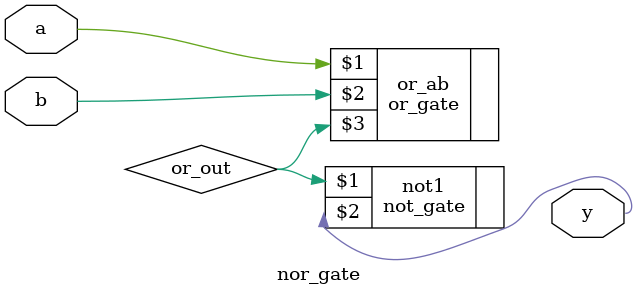
<source format=v>
`timescale 1ns / 1ps

module nor_gate (
  input wire a, // 入力A
  input wire b, // 入力B
  output wire y // 出力Y = A NOR B
);
  wire or_out;

  or_gate or_ab (a, b, or_out);
  not_gate not1 (or_out, y);
endmodule
</source>
